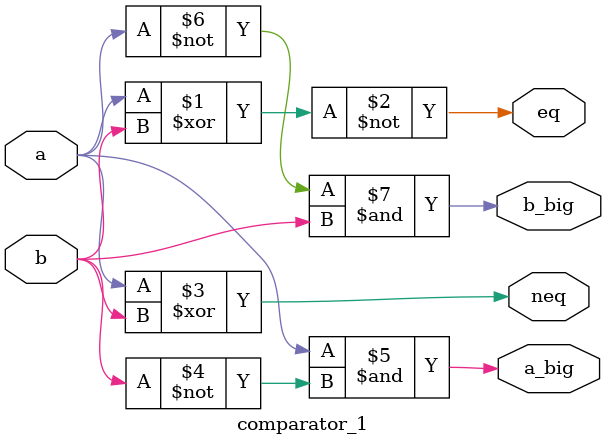
<source format=v>
`timescale 1ns / 1ps

module comparator_1(a, b, eq, neq, a_big, b_big);
    input a, b;
    output eq, neq, a_big, b_big;

    assign eq = ~(a^b);
    assign neq = a^b;
    assign a_big = a&(~b);
    assign b_big = (~a)&b;
endmodule

</source>
